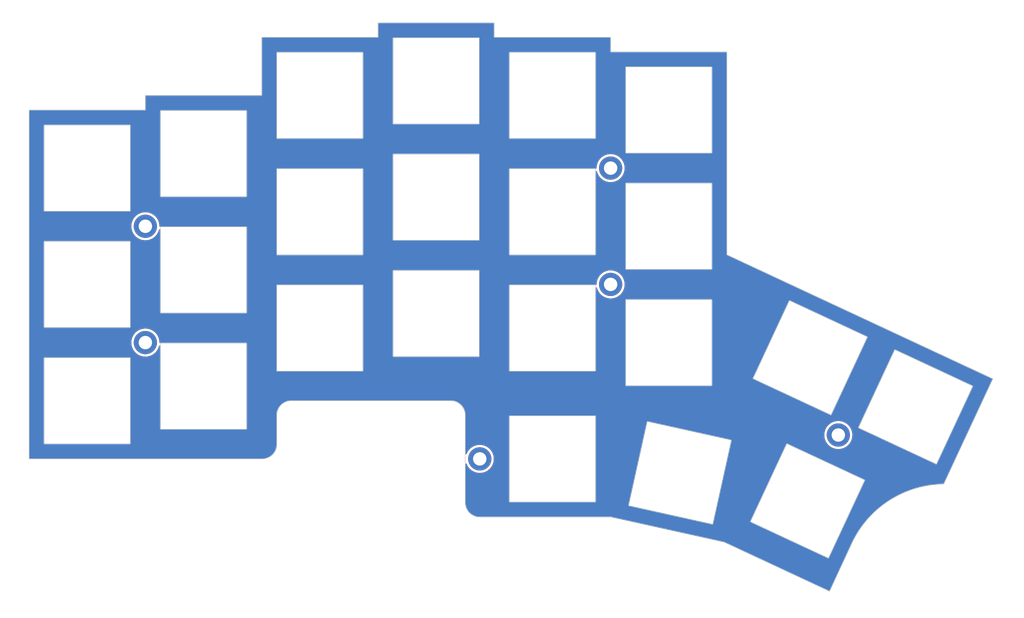
<source format=kicad_pcb>
(kicad_pcb (version 20221018) (generator pcbnew)
  (layers (0 "F.Cu" signal) (31 "B.Cu" signal) (34 "B.Paste" user) (35 "F.Paste" user) (36 "B.SilkS" user "B.Silkscreen") (37 "F.SilkS" user "F.Silkscreen") (38 "B.Mask" user) (39 "F.Mask" user) (44 "Edge.Cuts" user))
  (net 0 "")
  (footprint "MountingHole:MountingHole_2.2mm_M2_DIN965_Pad" (layer "F.Cu") (at 108.339 136.52)
    (fp_text reference "H7" hide)
    (fp_text value "3.5mm")
    (pad "1" thru_hole circle locked (at 0 0) (size 3.8 3.8) (drill 2.2) (layers "*.Cu" "*.Mask"))
  )
  (footprint "DreaM117er-keebLibrary:SW_Choc_KLP12_Hotswap_Plated_1.00u" (layer "F.Cu") (at 179.723307 128.0046 155)
    (fp_text reference "K25")
    (fp_text value "SW_Push")
    (fp_rect (start -7.05 -7.05) (end 7.05 7.05) (stroke (width 0.1)) (fill none) (layer "Edge.Cuts"))
  )
  (footprint "DreaM117er-keebLibrary:SW_Choc_KLP12_Hotswap_Plated_1.00u" (layer "F.Cu") (at 63.095 86.514 180)
    (fp_text reference "K4")
    (fp_text value "SW_Push")
    (fp_rect (start -7.05 -7.05) (end 7.05 7.05) (stroke (width 0.1)) (fill none) (layer "Edge.Cuts"))
  )
  (footprint "MountingHole:MountingHole_2.2mm_M2_DIN965_Pad" (layer "F.Cu") (at 53.57 98.42)
    (fp_text reference "H9" hide)
    (fp_text value "3.5mm")
    (pad "1" thru_hole circle locked (at 0 0) (size 3.8 3.8) (drill 2.2) (layers "*.Cu" "*.Mask"))
  )
  (footprint "DreaM117er-keebLibrary:SW_Choc_KLP12_Hotswap_Plated_1.00u" (layer "F.Cu") (at 139.295 98.42 180)
    (fp_text reference "K20")
    (fp_text value "SW_Push")
    (fp_rect (start -7.05 -7.05) (end 7.05 7.05) (stroke (width 0.1)) (fill none) (layer "Edge.Cuts"))
  )
  (footprint "DreaM117er-keebLibrary:SW_Choc_KLP12_Hotswap_Plated_1.00u" (layer "F.Cu") (at 44.045 126.995 180)
    (fp_text reference "K3")
    (fp_text value "SW_Push")
    (fp_rect (start -7.05 -7.05) (end 7.05 7.05) (stroke (width 0.1)) (fill none) (layer "Edge.Cuts"))
  )
  (footprint "DreaM117er-keebLibrary:SW_Choc_KLP12_Hotswap_Plated_1.00u" (layer "F.Cu") (at 82.145 115.089 180)
    (fp_text reference "K10")
    (fp_text value "SW_Push")
    (fp_rect (start -7.05 -7.05) (end 7.05 7.05) (stroke (width 0.1)) (fill none) (layer "Edge.Cuts"))
  )
  (footprint "DreaM117er-keebLibrary:SW_Choc_KLP12_Hotswap_Plated_1.00u" (layer "F.Cu") (at 162.458307 119.9536 155)
    (fp_text reference "K24")
    (fp_text value "SW_Push")
    (fp_rect (start -7.05 -7.05) (end 7.05 7.05) (stroke (width 0.1)) (fill none) (layer "Edge.Cuts"))
  )
  (footprint "DreaM117er-keebLibrary:SW_Choc_KLP12_Hotswap_Plated_1.25u" (layer "F.Cu") (at 162.0334 143.402307 -115)
    (fp_text reference "K22")
    (fp_text value "SW_Push")
    (fp_rect (start -7.05 -7.05) (end 7.05 7.05) (stroke (width 0.1)) (fill none) (layer "Edge.Cuts"))
  )
  (footprint "DreaM117er-keebLibrary:SW_Choc_KLP12_Hotswap_Plated_1.00u" (layer "F.Cu") (at 141.131144 138.807274 167.5)
    (fp_text reference "K18")
    (fp_text value "SW_Push")
    (fp_rect (start -7.05 -7.05) (end 7.05 7.05) (stroke (width 0.1)) (fill none) (layer "Edge.Cuts"))
  )
  (footprint "DreaM117er-keebLibrary:SW_Choc_KLP12_Hotswap_Plated_1.00u" (layer "F.Cu") (at 101.195 74.607 180)
    (fp_text reference "K12")
    (fp_text value "SW_Push")
    (fp_rect (start -7.05 -7.05) (end 7.05 7.05) (stroke (width 0.1)) (fill none) (layer "Edge.Cuts"))
  )
  (footprint "MountingHole:MountingHole_2.2mm_M2_DIN965_Pad" (layer "F.Cu") (at 167.066 132.611)
    (fp_text reference "H13" hide)
    (fp_text value "3.5mm")
    (pad "1" thru_hole circle locked (at 0 0) (size 3.8 3.8) (drill 2.2) (layers "*.Cu" "*.Mask"))
  )
  (footprint "DreaM117er-keebLibrary:SW_Choc_KLP12_Hotswap_Plated_1.00u" (layer "F.Cu") (at 120.245 76.989 180)
    (fp_text reference "K15")
    (fp_text value "SW_Push")
    (fp_rect (start -7.05 -7.05) (end 7.05 7.05) (stroke (width 0.1)) (fill none) (layer "Edge.Cuts"))
  )
  (footprint "DreaM117er-keebLibrary:SW_Choc_KLP12_Hotswap_Plated_1.00u" (layer "F.Cu") (at 82.145 96.039 180)
    (fp_text reference "K9")
    (fp_text value "SW_Push")
    (fp_rect (start -7.05 -7.05) (end 7.05 7.05) (stroke (width 0.1)) (fill none) (layer "Edge.Cuts"))
  )
  (footprint "DreaM117er-keebLibrary:SW_Choc_KLP12_Hotswap_Plated_1.00u" (layer "F.Cu") (at 63.095 124.614 180)
    (fp_text reference "K6")
    (fp_text value "SW_Push")
    (fp_rect (start -7.05 -7.05) (end 7.05 7.05) (stroke (width 0.1)) (fill none) (layer "Edge.Cuts"))
  )
  (footprint "DreaM117er-keebLibrary:SW_Choc_KLP12_Hotswap_Plated_1.00u" (layer "F.Cu") (at 120.245 115.089 180)
    (fp_text reference "K17")
    (fp_text value "SW_Push")
    (fp_rect (start -7.05 -7.05) (end 7.05 7.05) (stroke (width 0.1)) (fill none) (layer "Edge.Cuts"))
  )
  (footprint "DreaM117er-keebLibrary:SW_Choc_KLP12_Hotswap_Plated_1.00u" (layer "F.Cu") (at 139.295 117.47 180)
    (fp_text reference "K21")
    (fp_text value "SW_Push")
    (fp_rect (start -7.05 -7.05) (end 7.05 7.05) (stroke (width 0.1)) (fill none) (layer "Edge.Cuts"))
  )
  (footprint "DreaM117er-keebLibrary:SW_Choc_KLP12_Hotswap_Plated_1.00u" (layer "F.Cu") (at 44.045 88.895 180)
    (fp_text reference "K1")
    (fp_text value "SW_Push")
    (fp_rect (start -7.05 -7.05) (end 7.05 7.05) (stroke (width 0.1)) (fill none) (layer "Edge.Cuts"))
  )
  (footprint "DreaM117er-keebLibrary:SW_Choc_KLP12_Hotswap_Plated_1.00u" (layer "F.Cu") (at 139.295 79.37 180)
    (fp_text reference "K19")
    (fp_text value "SW_Push")
    (fp_rect (start -7.05 -7.05) (end 7.05 7.05) (stroke (width 0.1)) (fill none) (layer "Edge.Cuts"))
  )
  (footprint "DreaM117er-keebLibrary:SW_Choc_KLP12_Hotswap_Plated_1.00u" (layer "F.Cu") (at 120.245 96.039 180)
    (fp_text reference "K16")
    (fp_text value "SW_Push")
    (fp_rect (start -7.05 -7.05) (end 7.05 7.05) (stroke (width 0.1)) (fill none) (layer "Edge.Cuts"))
  )
  (footprint "DreaM117er-keebLibrary:SW_Choc_KLP12_Hotswap_Plated_1.00u" (layer "F.Cu") (at 44.045 107.945 180)
    (fp_text reference "K2")
    (fp_text value "SW_Push")
    (fp_rect (start -7.05 -7.05) (end 7.05 7.05) (stroke (width 0.1)) (fill none) (layer "Edge.Cuts"))
  )
  (footprint "DreaM117er-keebLibrary:SW_Choc_KLP12_Hotswap_Plated_1.00u" (layer "F.Cu") (at 63.095 105.564 180)
    (fp_text reference "K5")
    (fp_text value "SW_Push")
    (fp_rect (start -7.05 -7.05) (end 7.05 7.05) (stroke (width 0.1)) (fill none) (layer "Edge.Cuts"))
  )
  (footprint "DreaM117er-keebLibrary:SW_Choc_KLP12_Hotswap_Plated_1.00u" (layer "F.Cu") (at 101.195 93.657 180)
    (fp_text reference "K13")
    (fp_text value "SW_Push")
    (fp_rect (start -7.05 -7.05) (end 7.05 7.05) (stroke (width 0.1)) (fill none) (layer "Edge.Cuts"))
  )
  (footprint "DreaM117er-keebLibrary:SW_Choc_KLP12_Hotswap_Plated_1.00u" (layer "F.Cu") (at 82.145 76.989 180)
    (fp_text reference "K8")
    (fp_text value "SW_Push")
    (fp_rect (start -7.05 -7.05) (end 7.05 7.05) (stroke (width 0.1)) (fill none) (layer "Edge.Cuts"))
  )
  (footprint "MountingHole:MountingHole_2.2mm_M2_DIN965_Pad" (layer "F.Cu") (at 129.77 88.895)
    (fp_text reference "H14" hide)
    (fp_text value "3.5mm")
    (pad "1" thru_hole circle locked (at 0 0) (size 3.8 3.8) (drill 2.2) (layers "*.Cu" "*.Mask"))
  )
  (footprint "DreaM117er-keebLibrary:SW_Choc_KLP12_Hotswap_Plated_1.00u" (layer "F.Cu") (at 120.245 136.52 180)
    (fp_text reference "K11")
    (fp_text value "SW_Push")
    (fp_rect (start -7.05 -7.05) (end 7.05 7.05) (stroke (width 0.1)) (fill none) (layer "Edge.Cuts"))
  )
  (footprint "MountingHole:MountingHole_2.2mm_M2_DIN965_Pad" (layer "F.Cu") (at 53.57 117.47)
    (fp_text reference "H10" hide)
    (fp_text value "3.5mm")
    (pad "1" thru_hole circle locked (at 0 0) (size 3.8 3.8) (drill 2.2) (layers "*.Cu" "*.Mask"))
  )
  (footprint "DreaM117er-keebLibrary:SW_Choc_KLP12_Hotswap_Plated_1.00u" (layer "F.Cu") (at 101.195 112.707 180)
    (fp_text reference "K14")
    (fp_text value "SW_Push")
    (fp_rect (start -7.05 -7.05) (end 7.05 7.05) (stroke (width 0.1)) (fill none) (layer "Edge.Cuts"))
  )
  (footprint "MountingHole:MountingHole_2.2mm_M2_DIN965_Pad" (layer "F.Cu") (at 129.77 107.945)
    (fp_text reference "H15" hide)
    (fp_text value "3.5mm")
    (pad "1" thru_hole circle locked (at 0 0) (size 3.8 3.8) (drill 2.2) (layers "*.Cu" "*.Mask"))
  )
  (gr_line locked (start 129.77 69.845) (end 129.77 67.464) (stroke (width 0.1)) (layer "Edge.Cuts"))
  (gr_line locked (start 91.67 65.082) (end 91.67 67.464) (stroke (width 0.1)) (layer "Edge.Cuts"))
  (gr_line (start 34.52 136.52) (end 72.714 136.52) (stroke (width 0.1)) (layer "Edge.Cuts"))
  (gr_line locked (start 129.77 67.464) (end 110.72 67.464) (stroke (width 0.1)) (layer "Edge.Cuts"))
  (gr_arc (start 75.095 134.139) (mid 74.397621 135.822621) (end 72.714 136.52) (stroke (width 0.1)) (layer "Edge.Cuts"))
  (gr_arc (start 75.095 129.376663) (mid 75.792379 127.693042) (end 77.476 126.995663) (stroke (width 0.1)) (layer "Edge.Cuts"))
  (gr_line (start 192.381328 123.397457) (end 184.330384 140.657075) (stroke (width 0.1)) (layer "Edge.Cuts"))
  (gr_line (start 192.381328 123.397457) (end 148.82 103.08) (stroke (width 0.1)) (layer "Edge.Cuts"))
  (gr_line locked (start 53.57 76.989) (end 53.57 79.37) (stroke (width 0.1)) (layer "Edge.Cuts"))
  (gr_line locked (start 110.72 65.082) (end 91.67 65.082) (stroke (width 0.1)) (layer "Edge.Cuts"))
  (gr_line locked (start 34.52 79.37) (end 34.52 136.52) (stroke (width 0.1)) (layer "Edge.Cuts"))
  (gr_arc (start 108.338 146.045) (mid 106.654378 145.347622) (end 105.957 143.664) (stroke (width 0.1)) (layer "Edge.Cuts"))
  (gr_line (start 148.370036 150.166521) (end 165.634183 158.218473) (stroke (width 0.1)) (layer "Edge.Cuts"))
  (gr_line locked (start 148.82 69.845) (end 129.77 69.845) (stroke (width 0.1)) (layer "Edge.Cuts"))
  (gr_line locked (start 110.72 67.464) (end 110.72 65.082) (stroke (width 0.1)) (layer "Edge.Cuts"))
  (gr_line locked (start 148.370036 150.166521) (end 129.770802 146.044608) (stroke (width 0.1)) (layer "Edge.Cuts"))
  (gr_line locked (start 72.62 67.464) (end 72.62 76.989) (stroke (width 0.1)) (layer "Edge.Cuts"))
  (gr_arc (start 169.26 150.39) (mid 175.391716 143.350407) (end 184.330384 140.657075) (stroke (width 0.1)) (layer "Edge.Cuts"))
  (gr_line (start 148.82 69.845) (end 148.82 103.08) (stroke (width 0.1)) (layer "Edge.Cuts"))
  (gr_line (start 75.095 129.376663) (end 75.095 134.139) (stroke (width 0.1)) (layer "Edge.Cuts"))
  (gr_line (start 105.956906 129.376663) (end 105.957 143.664) (stroke (width 0.1)) (layer "Edge.Cuts"))
  (gr_line locked (start 53.57 79.37) (end 34.52 79.37) (stroke (width 0.1)) (layer "Edge.Cuts"))
  (gr_arc (start 103.575906 126.995663) (mid 105.259527 127.693042) (end 105.956906 129.376663) (stroke (width 0.1)) (layer "Edge.Cuts"))
  (gr_line (start 129.77 146.045) (end 108.338 146.045) (stroke (width 0.1)) (layer "Edge.Cuts"))
  (gr_line locked (start 91.67 67.464) (end 72.62 67.464) (stroke (width 0.1)) (layer "Edge.Cuts"))
  (gr_line (start 103.575906 126.995663) (end 77.476 126.995663) (stroke (width 0.1)) (layer "Edge.Cuts"))
  (gr_line (start 165.634183 158.218473) (end 169.26 150.39) (stroke (width 0.1)) (layer "Edge.Cuts"))
  (gr_line locked (start 72.62 76.989) (end 53.57 76.989) (stroke (width 0.1)) (layer "Edge.Cuts"))
  (zone (net 0) (net_name "") (layers "F&B.Cu") (connect_pads (clearance 0.4)) (min_thickness 0.25) (fill yes (thermal_gap 0.5) (thermal_bridge_width 0.5) (island_removal_mode 1) (island_area_min 10))
    (polygon (pts (xy 30.06 61.36) (xy 196.13 61.83) (xy 197.5 160.95) (xy 29.76 162.62)))
  )
)
</source>
